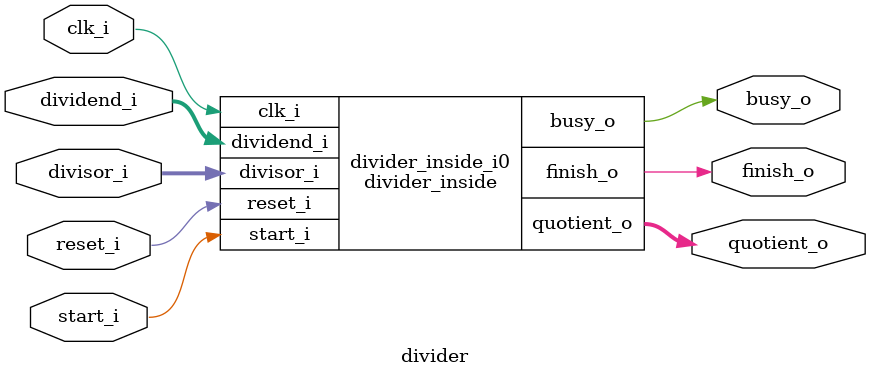
<source format=v>
/*
 * Generated by Digital. Don't modify this file!
 * Any changes will be lost if this file is regenerated.
 */

module CompUnsigned #(
    parameter Bits = 1
)
(
    input [(Bits -1):0] a,
    input [(Bits -1):0] b,
    output \> ,
    output \= ,
    output \<
);
    assign \> = a > b;
    assign \= = a == b;
    assign \< = a < b;
endmodule


module DIG_D_FF_AS_Nbit
#(
    parameter Bits = 2,
    parameter Default = 0
)
(
   input Set,
   input [(Bits-1):0] D,
   input C,
   input Clr,
   output [(Bits-1):0] Q,
   output [(Bits-1):0] \~Q
);
    reg [(Bits-1):0] state;

    assign Q = state;
    assign \~Q  = ~state;

    always @ (posedge C or posedge Clr or posedge Set)
    begin
        if (Set)
            state <= {Bits{1'b1}};
        else if (Clr)
            state <= 'h0;
        else
            state <= D;
    end

    initial begin
        state = Default;
    end
endmodule

module Mux_4x1_NBits #(
    parameter Bits = 2
)
(
    input [1:0] sel,
    input [(Bits - 1):0] in_0,
    input [(Bits - 1):0] in_1,
    input [(Bits - 1):0] in_2,
    input [(Bits - 1):0] in_3,
    output reg [(Bits - 1):0] out
);
    always @ (*) begin
        case (sel)
            2'h0: out = in_0;
            2'h1: out = in_1;
            2'h2: out = in_2;
            2'h3: out = in_3;
            default:
                out = 'h0;
        endcase
    end
endmodule


module DIG_Sub #(
    parameter Bits = 2
)
(
    input [(Bits-1):0] a,
    input [(Bits-1):0] b,
    input c_i,
    output [(Bits-1):0] s,
    output c_o
);
    wire [Bits:0] temp;

    assign temp = a - b - c_i;
    assign s = temp[(Bits-1):0];
    assign c_o = temp[Bits];
endmodule


module Mux_2x1_NBits #(
    parameter Bits = 2
)
(
    input [0:0] sel,
    input [(Bits - 1):0] in_0,
    input [(Bits - 1):0] in_1,
    output reg [(Bits - 1):0] out
);
    always @ (*) begin
        case (sel)
            1'h0: out = in_0;
            1'h1: out = in_1;
            default:
                out = 'h0;
        endcase
    end
endmodule


module nextstatelogic_gates (
  input \state_{now,1} ,
  input \state_{now,0} ,
  input start_i,
  input \divisornot=0 ,
  input \subtrahend>=divisor ,
  output \state_{next,1} ,
  output \state_{next,0} 
);
  wire s0;
  assign s0 = ~ \state_{now,1} ;
  assign \state_{next,1}  = ~ (~ (~ \divisornot=0  & start_i & s0) & ~ (\state_{now,0}  & ~ \subtrahend>=divisor ));
  assign \state_{next,0}  = ~ (~ (\divisornot=0  & start_i & ~ \state_{now,0}  & s0) & ~ (\state_{now,0}  & \subtrahend>=divisor ));
endmodule

module statemachine (
  input start_i,
  input \divisornot=0 ,
  input \substrahend>=divisor ,
  input clk,
  input reset_i,
  output [1:0] state
);
  wire [1:0] s0;
  wire [1:0] state_temp;
  wire s1;
  wire s2;
  wire s3;
  wire s4;
  DIG_D_FF_AS_Nbit #(
    .Bits(2),
    .Default(0)
  )
  DIG_D_FF_AS_Nbit_i0 (
    .Set( 1'b0 ),
    .D( s0 ),
    .C( clk ),
    .Clr( reset_i ),
    .Q( state_temp )
  );
  nextstatelogic_gates nextstatelogic_gates_i1 (
    .\state_{now,1} ( s4 ),
    .\state_{now,0} ( s3 ),
    .start_i( start_i ),
    .\divisornot=0 ( \divisornot=0  ),
    .\subtrahend>=divisor ( \substrahend>=divisor  ),
    .\state_{next,1} ( s2 ),
    .\state_{next,0} ( s1 )
  );
  assign s0[0] = s1;
  assign s0[1] = s2;
  assign s3 = state_temp[0];
  assign s4 = state_temp[1];
  assign state = state_temp;
endmodule

module Mux_4x1
(
    input [1:0] sel,
    input in_0,
    input in_1,
    input in_2,
    input in_3,
    output reg out
);
    always @ (*) begin
        case (sel)
            2'h0: out = in_0;
            2'h1: out = in_1;
            2'h2: out = in_2;
            2'h3: out = in_3;
            default:
                out = 'h0;
        endcase
    end
endmodule

module DIG_Add
#(
    parameter Bits = 1
)
(
    input [(Bits-1):0] a,
    input [(Bits-1):0] b,
    input c_i,
    output [(Bits - 1):0] s,
    output c_o
);
   wire [Bits:0] temp;

   assign temp = a + b + c_i;
   assign s = temp [(Bits-1):0];
   assign c_o = temp[Bits];
endmodule



module divider_inside (
  input [3:0] dividend_i,
  input [3:0] divisor_i,
  input start_i,
  input clk_i,
  input reset_i,
  output busy_o,
  output finish_o,
  output [4:0] quotient_o
);
  wire [4:0] s0;
  wire [4:0] quotient_o_temp;
  wire [1:0] s1;
  wire [3:0] s2;
  wire [3:0] s3;
  wire [4:0] s4;
  wire [4:0] s5;
  wire [4:0] s6;
  wire s7;
  wire s8;
  wire s9;
  wire [3:0] s10;
  wire s11;
  wire s12;
  wire s13;
  wire s14;
  wire [4:0] s15;
  CompUnsigned #(
    .Bits(4)
  )
  CompUnsigned_i0 (
    .a( divisor_i ),
    .b( 4'b0 ),
    .\> ( s7 ),
    .\= ( s8 ),
    .\< ( s9 )
  );
  assign s13 = (s7 | s9);
  // quotient
  DIG_D_FF_AS_Nbit #(
    .Bits(5),
    .Default(0)
  )
  DIG_D_FF_AS_Nbit_i1 (
    .Set( 1'b0 ),
    .D( s0 ),
    .C( clk_i ),
    .Clr( reset_i ),
    .Q( quotient_o_temp )
  );
  // subtrahend
  DIG_D_FF_AS_Nbit #(
    .Bits(4),
    .Default(0)
  )
  DIG_D_FF_AS_Nbit_i2 (
    .Set( 1'b0 ),
    .D( s2 ),
    .C( clk_i ),
    .Clr( reset_i ),
    .Q( s3 )
  );
  Mux_4x1_NBits #(
    .Bits(4)
  )
  Mux_4x1_NBits_i3 (
    .sel( s1 ),
    .in_0( dividend_i ),
    .in_1( s10 ),
    .in_2( s3 ),
    .in_3( 4'b0 ),
    .out( s2 )
  );
  DIG_Sub #(
    .Bits(4)
  )
  DIG_Sub_i4 (
    .a( s3 ),
    .b( divisor_i ),
    .c_i( 1'b0 ),
    .s( s10 )
  );
  CompUnsigned #(
    .Bits(4)
  )
  CompUnsigned_i5 (
    .a( s3 ),
    .b( divisor_i ),
    .\> ( s11 ),
    .\= ( s12 )
  );
  Mux_2x1_NBits #(
    .Bits(5)
  )
  Mux_2x1_NBits_i6 (
    .sel( s8 ),
    .in_0( quotient_o_temp ),
    .in_1( 5'b11111 ),
    .out( s6 )
  );
  statemachine statemachine_i7 (
    .start_i( start_i ),
    .\divisornot=0 ( s13 ),
    .\substrahend>=divisor ( s14 ),
    .clk( clk_i ),
    .reset_i( reset_i ),
    .state( s1 )
  );
  Mux_2x1_NBits #(
    .Bits(5)
  )
  Mux_2x1_NBits_i8 (
    .sel( s8 ),
    .in_0( 5'b0 ),
    .in_1( s6 ),
    .out( s4 )
  );
  Mux_4x1 Mux_4x1_i9 (
    .sel( s1 ),
    .in_0( 1'b0 ),
    .in_1( 1'b1 ),
    .in_2( 1'b0 ),
    .in_3( 1'b0 ),
    .out( busy_o )
  );
  Mux_4x1 Mux_4x1_i10 (
    .sel( s1 ),
    .in_0( 1'b0 ),
    .in_1( 1'b0 ),
    .in_2( 1'b1 ),
    .in_3( 1'b0 ),
    .out( finish_o )
  );
  assign s14 = (s11 | s12);
  Mux_2x1_NBits #(
    .Bits(5)
  )
  Mux_2x1_NBits_i11 (
    .sel( s14 ),
    .in_0( 5'b0 ),
    .in_1( 5'b1 ),
    .out( s15 )
  );
  DIG_Add #(
    .Bits(5)
  )
  DIG_Add_i12 (
    .a( quotient_o_temp ),
    .b( s15 ),
    .c_i( 1'b0 ),
    .s( s5 )
  );
  Mux_4x1_NBits #(
    .Bits(5)
  )
  Mux_4x1_NBits_i13 (
    .sel( s1 ),
    .in_0( s4 ),
    .in_1( s5 ),
    .in_2( s6 ),
    .in_3( 5'b0 ),
    .out( s0 )
  );
  assign quotient_o = quotient_o_temp;
endmodule

module divider (
  input clk_i,
  input reset_i,
  input [3:0] dividend_i,
  input [3:0] divisor_i,
  input start_i,
  output busy_o,
  output finish_o,
  output [4:0] quotient_o
);
  divider_inside divider_inside_i0 (
    .dividend_i( dividend_i ),
    .divisor_i( divisor_i ),
    .start_i( start_i ),
    .clk_i( clk_i ),
    .reset_i( reset_i ),
    .busy_o( busy_o ),
    .finish_o( finish_o ),
    .quotient_o( quotient_o )
  );
endmodule

</source>
